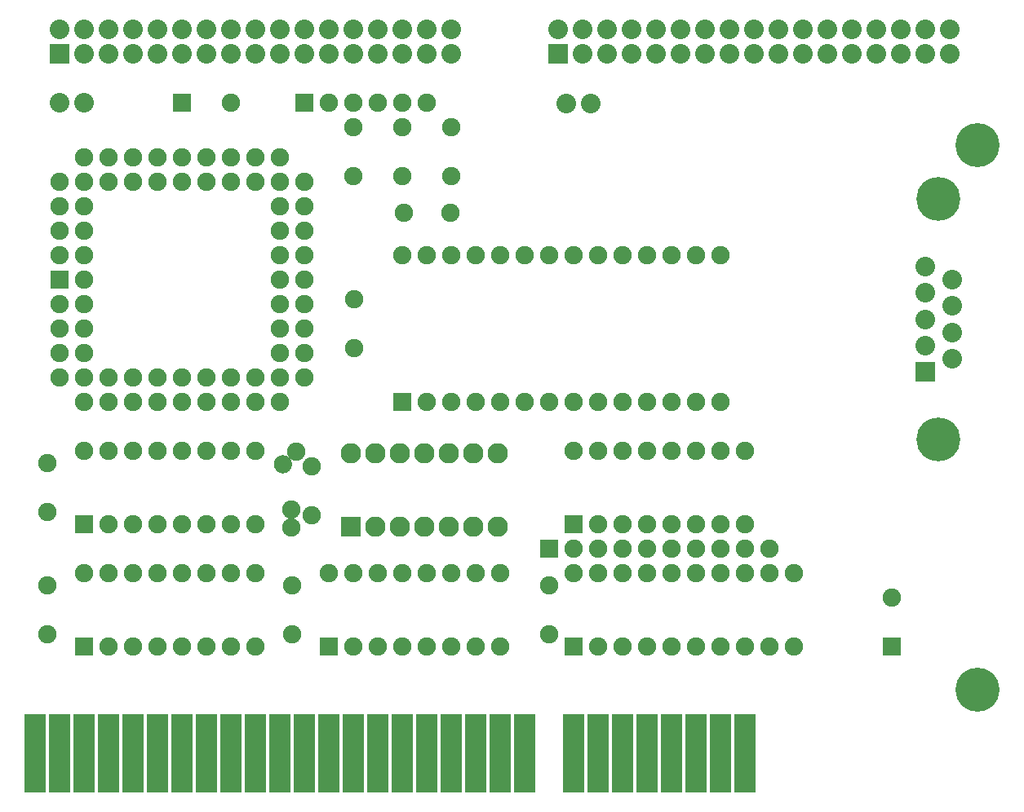
<source format=gts>
%TF.GenerationSoftware,KiCad,Pcbnew,(5.1.6-0)*%
%TF.CreationDate,2020-08-01T06:16:14-05:00*%
%TF.ProjectId,isa_fdc,6973615f-6664-4632-9e6b-696361645f70,rev?*%
%TF.SameCoordinates,Original*%
%TF.FileFunction,Soldermask,Top*%
%TF.FilePolarity,Negative*%
%FSLAX46Y46*%
G04 Gerber Fmt 4.6, Leading zero omitted, Abs format (unit mm)*
G04 Created by KiCad (PCBNEW (5.1.6-0)) date 2020-08-01 06:16:14*
%MOMM*%
%LPD*%
G01*
G04 APERTURE LIST*
%ADD10C,1.908000*%
%ADD11O,1.908000X1.908000*%
%ADD12R,2.108000X2.108000*%
%ADD13O,2.108000X2.108000*%
%ADD14C,1.905000*%
%ADD15R,1.905000X1.905000*%
%ADD16R,2.286000X8.128000*%
%ADD17C,2.032000*%
%ADD18O,2.032000X2.032000*%
%ADD19R,2.032000X2.032000*%
%ADD20C,4.572000*%
%ADD21C,4.556760*%
G04 APERTURE END LIST*
D10*
%TO.C,R2*%
X130690000Y-105120000D03*
D11*
X130690000Y-107020000D03*
%TD*%
%TO.C,R1*%
G36*
G01*
X130501077Y-99778923D02*
X130501077Y-99778923D01*
G75*
G02*
X130501077Y-101128083I-674580J-674580D01*
G01*
X130501077Y-101128083D01*
G75*
G02*
X129151917Y-101128083I-674580J674580D01*
G01*
X129151917Y-101128083D01*
G75*
G02*
X129151917Y-99778923I674580J674580D01*
G01*
X129151917Y-99778923D01*
G75*
G02*
X130501077Y-99778923I674580J-674580D01*
G01*
G37*
D10*
X131170000Y-99110000D03*
%TD*%
D12*
%TO.C,U2*%
X136880000Y-106910000D03*
D13*
X152120000Y-99290000D03*
X139420000Y-106910000D03*
X149580000Y-99290000D03*
X141960000Y-106910000D03*
X147040000Y-99290000D03*
X144500000Y-106910000D03*
X144500000Y-99290000D03*
X147040000Y-106910000D03*
X141960000Y-99290000D03*
X149580000Y-106910000D03*
X139420000Y-99290000D03*
X152120000Y-106910000D03*
X136880000Y-99290000D03*
%TD*%
D14*
%TO.C,C2*%
X132790000Y-100680000D03*
X132790000Y-105760000D03*
%TD*%
D15*
%TO.C,SW1*%
X109220000Y-106680000D03*
D14*
X111760000Y-106680000D03*
X114300000Y-106680000D03*
X116840000Y-106680000D03*
X119380000Y-106680000D03*
X121920000Y-106680000D03*
X124460000Y-106680000D03*
X127000000Y-106680000D03*
X127000000Y-99060000D03*
X124460000Y-99060000D03*
X121920000Y-99060000D03*
X119380000Y-99060000D03*
X116840000Y-99060000D03*
X114300000Y-99060000D03*
X111760000Y-99060000D03*
X109220000Y-99060000D03*
%TD*%
D16*
%TO.C,BUS1*%
X177800000Y-130492500D03*
X175260000Y-130492500D03*
X172720000Y-130492500D03*
X170180000Y-130492500D03*
X167640000Y-130492500D03*
X165100000Y-130492500D03*
X162560000Y-130492500D03*
X160020000Y-130492500D03*
X154940000Y-130492500D03*
X152400000Y-130492500D03*
X149860000Y-130492500D03*
X147320000Y-130492500D03*
X144780000Y-130492500D03*
X142240000Y-130492500D03*
X139700000Y-130492500D03*
X137160000Y-130492500D03*
X134620000Y-130492500D03*
X132080000Y-130492500D03*
X129540000Y-130492500D03*
X127000000Y-130492500D03*
X124460000Y-130492500D03*
X121920000Y-130492500D03*
X119380000Y-130492500D03*
X116840000Y-130492500D03*
X114300000Y-130492500D03*
X111760000Y-130492500D03*
X109220000Y-130492500D03*
X106680000Y-130492500D03*
X104140000Y-130492500D03*
%TD*%
D17*
%TO.C,JP2*%
X161800000Y-62980000D03*
D18*
X159260000Y-62980000D03*
%TD*%
D19*
%TO.C,P3*%
X158380000Y-57795000D03*
D17*
X158380000Y-55255000D03*
X160920000Y-57795000D03*
X160920000Y-55255000D03*
X163460000Y-57795000D03*
X163460000Y-55255000D03*
X166000000Y-57795000D03*
X166000000Y-55255000D03*
X168540000Y-57795000D03*
X168540000Y-55255000D03*
X171080000Y-57795000D03*
X171080000Y-55255000D03*
X173620000Y-57795000D03*
X173620000Y-55255000D03*
X176160000Y-57795000D03*
X176160000Y-55255000D03*
X178700000Y-57795000D03*
X178700000Y-55255000D03*
X181240000Y-57795000D03*
X181240000Y-55255000D03*
X183780000Y-57795000D03*
X183780000Y-55255000D03*
X186320000Y-57795000D03*
X186320000Y-55255000D03*
X188860000Y-57795000D03*
X188860000Y-55255000D03*
X191400000Y-55255000D03*
X191400000Y-57795000D03*
X193940000Y-55255000D03*
X193940000Y-57795000D03*
X196480000Y-57795000D03*
X196480000Y-55255000D03*
X199020000Y-57795000D03*
X199020000Y-55255000D03*
%TD*%
D20*
%TO.C,HOLE1*%
X201930000Y-67310000D03*
%TD*%
%TO.C,HOLE2*%
X201930000Y-123825000D03*
%TD*%
D15*
%TO.C,C11*%
X193040000Y-119380000D03*
D14*
X193040000Y-114300000D03*
%TD*%
D15*
%TO.C,C12*%
X119380000Y-62865000D03*
D14*
X124460000Y-62865000D03*
%TD*%
D15*
%TO.C,U5*%
X160020000Y-119380000D03*
D14*
X162560000Y-119380000D03*
X165100000Y-119380000D03*
X167640000Y-119380000D03*
X170180000Y-119380000D03*
X172720000Y-119380000D03*
X175260000Y-119380000D03*
X177800000Y-119380000D03*
X180340000Y-119380000D03*
X182880000Y-119380000D03*
X182880000Y-111760000D03*
X180340000Y-111760000D03*
X177800000Y-111760000D03*
X175260000Y-111760000D03*
X172720000Y-111760000D03*
X170180000Y-111760000D03*
X167640000Y-111760000D03*
X165100000Y-111760000D03*
X162560000Y-111760000D03*
X160020000Y-111760000D03*
%TD*%
D15*
%TO.C,U7*%
X109220000Y-119380000D03*
D14*
X111760000Y-119380000D03*
X114300000Y-119380000D03*
X116840000Y-119380000D03*
X119380000Y-119380000D03*
X121920000Y-119380000D03*
X124460000Y-119380000D03*
X127000000Y-119380000D03*
X127000000Y-111760000D03*
X124460000Y-111760000D03*
X121920000Y-111760000D03*
X119380000Y-111760000D03*
X116840000Y-111760000D03*
X114300000Y-111760000D03*
X111760000Y-111760000D03*
X109220000Y-111760000D03*
%TD*%
D15*
%TO.C,U6*%
X134620000Y-119380000D03*
D14*
X137160000Y-119380000D03*
X139700000Y-119380000D03*
X142240000Y-119380000D03*
X144780000Y-119380000D03*
X147320000Y-119380000D03*
X149860000Y-119380000D03*
X152400000Y-119380000D03*
X152400000Y-111760000D03*
X149860000Y-111760000D03*
X147320000Y-111760000D03*
X144780000Y-111760000D03*
X142240000Y-111760000D03*
X139700000Y-111760000D03*
X137160000Y-111760000D03*
X134620000Y-111760000D03*
%TD*%
D15*
%TO.C,SW2*%
X160020000Y-106680000D03*
D14*
X162560000Y-106680000D03*
X165100000Y-106680000D03*
X167640000Y-106680000D03*
X170180000Y-106680000D03*
X172720000Y-106680000D03*
X175260000Y-106680000D03*
X177800000Y-106680000D03*
X177800000Y-99060000D03*
X175260000Y-99060000D03*
X172720000Y-99060000D03*
X170180000Y-99060000D03*
X167640000Y-99060000D03*
X165100000Y-99060000D03*
X162560000Y-99060000D03*
X160020000Y-99060000D03*
%TD*%
D21*
%TO.C,P2*%
X197866000Y-97889060D03*
X197866000Y-72900540D03*
D19*
X196443600Y-90881200D03*
D17*
X196443600Y-88138000D03*
X196443600Y-85394800D03*
X196443600Y-82651600D03*
X196443600Y-79908400D03*
X199288400Y-81280000D03*
X199288400Y-84023200D03*
X199288400Y-86791800D03*
X199288400Y-89509600D03*
%TD*%
D14*
%TO.C,C1*%
X105410000Y-100330000D03*
X105410000Y-105410000D03*
%TD*%
%TO.C,C7*%
X105410000Y-113030000D03*
X105410000Y-118110000D03*
%TD*%
%TO.C,C6*%
X130810000Y-113030000D03*
X130810000Y-118110000D03*
%TD*%
%TO.C,C5*%
X157470000Y-113020000D03*
X157470000Y-118100000D03*
%TD*%
%TO.C,C4*%
X137170000Y-83310000D03*
X137170000Y-88390000D03*
%TD*%
%TO.C,C16*%
X142240000Y-70485000D03*
X142240000Y-65405000D03*
%TD*%
%TO.C,C15*%
X147320000Y-70485000D03*
X147320000Y-65405000D03*
%TD*%
D15*
%TO.C,U4*%
X142240000Y-93980000D03*
D14*
X144780000Y-93980000D03*
X147320000Y-93980000D03*
X149860000Y-93980000D03*
X152400000Y-93980000D03*
X154940000Y-93980000D03*
X157480000Y-93980000D03*
X160020000Y-93980000D03*
X162560000Y-93980000D03*
X165100000Y-93980000D03*
X167640000Y-93980000D03*
X170180000Y-93980000D03*
X172720000Y-93980000D03*
X175260000Y-93980000D03*
X175260000Y-78740000D03*
X172720000Y-78740000D03*
X170180000Y-78740000D03*
X167640000Y-78740000D03*
X165100000Y-78740000D03*
X162560000Y-78740000D03*
X160020000Y-78740000D03*
X157480000Y-78740000D03*
X154940000Y-78740000D03*
X152400000Y-78740000D03*
X149860000Y-78740000D03*
X147320000Y-78740000D03*
X144780000Y-78740000D03*
X142240000Y-78740000D03*
%TD*%
%TO.C,C17*%
X137160000Y-65405000D03*
X137160000Y-70485000D03*
%TD*%
D15*
%TO.C,U1*%
X106680000Y-81280000D03*
D14*
X109220000Y-81280000D03*
X106680000Y-83820000D03*
X109220000Y-83820000D03*
X106680000Y-86360000D03*
X109220000Y-86360000D03*
X106680000Y-88900000D03*
X109220000Y-88900000D03*
X106680000Y-91440000D03*
X109220000Y-93980000D03*
X109220000Y-91440000D03*
X111760000Y-93980000D03*
X111760000Y-91440000D03*
X114300000Y-93980000D03*
X114300000Y-91440000D03*
X116840000Y-93980000D03*
X116840000Y-91440000D03*
X119380000Y-93980000D03*
X119380000Y-91440000D03*
X121920000Y-93980000D03*
X121920000Y-91440000D03*
X124460000Y-93980000D03*
X124460000Y-91440000D03*
X127000000Y-93980000D03*
X127000000Y-91440000D03*
X129540000Y-93980000D03*
X132080000Y-91440000D03*
X129540000Y-91440000D03*
X132080000Y-88900000D03*
X129540000Y-88900000D03*
X132080000Y-86360000D03*
X129540000Y-86360000D03*
X132080000Y-83820000D03*
X129540000Y-83820000D03*
X132080000Y-81280000D03*
X129540000Y-81280000D03*
X132080000Y-78740000D03*
X129540000Y-78740000D03*
X132080000Y-76200000D03*
X129540000Y-76200000D03*
X132080000Y-73660000D03*
X129540000Y-73660000D03*
X132080000Y-71120000D03*
X129540000Y-68580000D03*
X129540000Y-71120000D03*
X127000000Y-68580000D03*
X127000000Y-71120000D03*
X124460000Y-68580000D03*
X124460000Y-71120000D03*
X121920000Y-68580000D03*
X121920000Y-71120000D03*
X119380000Y-68580000D03*
X119380000Y-71120000D03*
X116840000Y-68580000D03*
X116840000Y-71120000D03*
X114300000Y-68580000D03*
X114300000Y-71120000D03*
X111760000Y-68580000D03*
X111760000Y-71120000D03*
X109220000Y-68580000D03*
X106680000Y-71120000D03*
X109220000Y-71120000D03*
X106680000Y-73660000D03*
X109220000Y-73660000D03*
X106680000Y-76200000D03*
X109220000Y-76200000D03*
X106680000Y-78740000D03*
X109220000Y-78740000D03*
%TD*%
D18*
%TO.C,JP1*%
X106680000Y-62865000D03*
D17*
X109220000Y-62865000D03*
%TD*%
D19*
%TO.C,P1*%
X106680000Y-57785000D03*
D17*
X106680000Y-55245000D03*
X109220000Y-57785000D03*
X109220000Y-55245000D03*
X111760000Y-57785000D03*
X111760000Y-55245000D03*
X114300000Y-57785000D03*
X114300000Y-55245000D03*
X116840000Y-57785000D03*
X116840000Y-55245000D03*
X119380000Y-57785000D03*
X119380000Y-55245000D03*
X121920000Y-57785000D03*
X121920000Y-55245000D03*
X124460000Y-57785000D03*
X124460000Y-55245000D03*
X127000000Y-57785000D03*
X127000000Y-55245000D03*
X129540000Y-57785000D03*
X129540000Y-55245000D03*
X132080000Y-57785000D03*
X132080000Y-55245000D03*
X134620000Y-57785000D03*
X134620000Y-55245000D03*
X137160000Y-57785000D03*
X137160000Y-55245000D03*
X139700000Y-55245000D03*
X139700000Y-57785000D03*
X142240000Y-55245000D03*
X142240000Y-57785000D03*
X144780000Y-57785000D03*
X144780000Y-55245000D03*
X147320000Y-57785000D03*
X147320000Y-55245000D03*
%TD*%
D15*
%TO.C,RR1*%
X157480000Y-109220000D03*
D14*
X160020000Y-109220000D03*
X162560000Y-109220000D03*
X165100000Y-109220000D03*
X167640000Y-109220000D03*
X170180000Y-109220000D03*
X172720000Y-109220000D03*
X175260000Y-109220000D03*
X177800000Y-109220000D03*
X180340000Y-109220000D03*
%TD*%
%TO.C,RR2*%
X144780000Y-62865000D03*
X142240000Y-62865000D03*
X139700000Y-62865000D03*
X137160000Y-62865000D03*
X134620000Y-62865000D03*
D15*
X132080000Y-62865000D03*
%TD*%
D14*
%TO.C,X1*%
X147220940Y-74295000D03*
X142339060Y-74295000D03*
%TD*%
M02*

</source>
